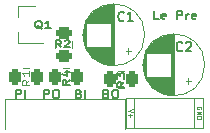
<source format=gbr>
%TF.GenerationSoftware,KiCad,Pcbnew,6.0.0+dfsg1-2*%
%TF.CreationDate,2022-01-11T21:03:07+02:00*%
%TF.ProjectId,le-pre-et-le-boost,6c652d70-7265-42d6-9574-2d6c652d626f,rev?*%
%TF.SameCoordinates,Original*%
%TF.FileFunction,Legend,Top*%
%TF.FilePolarity,Positive*%
%FSLAX46Y46*%
G04 Gerber Fmt 4.6, Leading zero omitted, Abs format (unit mm)*
G04 Created by KiCad (PCBNEW 6.0.0+dfsg1-2) date 2022-01-11 21:03:07*
%MOMM*%
%LPD*%
G01*
G04 APERTURE LIST*
G04 Aperture macros list*
%AMRoundRect*
0 Rectangle with rounded corners*
0 $1 Rounding radius*
0 $2 $3 $4 $5 $6 $7 $8 $9 X,Y pos of 4 corners*
0 Add a 4 corners polygon primitive as box body*
4,1,4,$2,$3,$4,$5,$6,$7,$8,$9,$2,$3,0*
0 Add four circle primitives for the rounded corners*
1,1,$1+$1,$2,$3*
1,1,$1+$1,$4,$5*
1,1,$1+$1,$6,$7*
1,1,$1+$1,$8,$9*
0 Add four rect primitives between the rounded corners*
20,1,$1+$1,$2,$3,$4,$5,0*
20,1,$1+$1,$4,$5,$6,$7,0*
20,1,$1+$1,$6,$7,$8,$9,0*
20,1,$1+$1,$8,$9,$2,$3,0*%
G04 Aperture macros list end*
%ADD10C,0.127000*%
%ADD11C,0.150000*%
%ADD12C,0.080000*%
%ADD13C,0.125000*%
%ADD14C,0.120000*%
%ADD15R,1.600000X1.600000*%
%ADD16C,1.600000*%
%ADD17R,1.930400X1.930400*%
%ADD18O,1.930400X1.930400*%
%ADD19RoundRect,0.243750X0.243750X0.456250X-0.243750X0.456250X-0.243750X-0.456250X0.243750X-0.456250X0*%
%ADD20RoundRect,0.243750X-0.456250X0.243750X-0.456250X-0.243750X0.456250X-0.243750X0.456250X0.243750X0*%
%ADD21R,0.900000X0.800000*%
%ADD22RoundRect,0.243750X-0.243750X-0.456250X0.243750X-0.456250X0.243750X0.456250X-0.243750X0.456250X0*%
G04 APERTURE END LIST*
D10*
X132950000Y-107199866D02*
X132950000Y-106499866D01*
X133254761Y-106499866D01*
X133330952Y-106533200D01*
X133369047Y-106566533D01*
X133407142Y-106633200D01*
X133407142Y-106733200D01*
X133369047Y-106799866D01*
X133330952Y-106833200D01*
X133254761Y-106866533D01*
X132950000Y-106866533D01*
X133750000Y-107199866D02*
X133750000Y-106499866D01*
X140608095Y-106833200D02*
X140722380Y-106866533D01*
X140760476Y-106899866D01*
X140798571Y-106966533D01*
X140798571Y-107066533D01*
X140760476Y-107133200D01*
X140722380Y-107166533D01*
X140646190Y-107199866D01*
X140341428Y-107199866D01*
X140341428Y-106499866D01*
X140608095Y-106499866D01*
X140684285Y-106533200D01*
X140722380Y-106566533D01*
X140760476Y-106633200D01*
X140760476Y-106699866D01*
X140722380Y-106766533D01*
X140684285Y-106799866D01*
X140608095Y-106833200D01*
X140341428Y-106833200D01*
X141293809Y-106499866D02*
X141446190Y-106499866D01*
X141522380Y-106533200D01*
X141598571Y-106599866D01*
X141636666Y-106733200D01*
X141636666Y-106966533D01*
X141598571Y-107099866D01*
X141522380Y-107166533D01*
X141446190Y-107199866D01*
X141293809Y-107199866D01*
X141217619Y-107166533D01*
X141141428Y-107099866D01*
X141103333Y-106966533D01*
X141103333Y-106733200D01*
X141141428Y-106599866D01*
X141217619Y-106533200D01*
X141293809Y-106499866D01*
X138296666Y-106833200D02*
X138410952Y-106866533D01*
X138449047Y-106899866D01*
X138487142Y-106966533D01*
X138487142Y-107066533D01*
X138449047Y-107133200D01*
X138410952Y-107166533D01*
X138334761Y-107199866D01*
X138030000Y-107199866D01*
X138030000Y-106499866D01*
X138296666Y-106499866D01*
X138372857Y-106533200D01*
X138410952Y-106566533D01*
X138449047Y-106633200D01*
X138449047Y-106699866D01*
X138410952Y-106766533D01*
X138372857Y-106799866D01*
X138296666Y-106833200D01*
X138030000Y-106833200D01*
X138830000Y-107199866D02*
X138830000Y-106499866D01*
X145040523Y-100474428D02*
X144659571Y-100474428D01*
X144659571Y-99874428D01*
X145611952Y-100445857D02*
X145535761Y-100474428D01*
X145383380Y-100474428D01*
X145307190Y-100445857D01*
X145269095Y-100388714D01*
X145269095Y-100160142D01*
X145307190Y-100103000D01*
X145383380Y-100074428D01*
X145535761Y-100074428D01*
X145611952Y-100103000D01*
X145650047Y-100160142D01*
X145650047Y-100217285D01*
X145269095Y-100274428D01*
X146602428Y-100474428D02*
X146602428Y-99874428D01*
X146907190Y-99874428D01*
X146983380Y-99903000D01*
X147021476Y-99931571D01*
X147059571Y-99988714D01*
X147059571Y-100074428D01*
X147021476Y-100131571D01*
X146983380Y-100160142D01*
X146907190Y-100188714D01*
X146602428Y-100188714D01*
X147402428Y-100474428D02*
X147402428Y-100074428D01*
X147402428Y-100188714D02*
X147440523Y-100131571D01*
X147478619Y-100103000D01*
X147554809Y-100074428D01*
X147631000Y-100074428D01*
X148202428Y-100445857D02*
X148126238Y-100474428D01*
X147973857Y-100474428D01*
X147897666Y-100445857D01*
X147859571Y-100388714D01*
X147859571Y-100160142D01*
X147897666Y-100103000D01*
X147973857Y-100074428D01*
X148126238Y-100074428D01*
X148202428Y-100103000D01*
X148240523Y-100160142D01*
X148240523Y-100217285D01*
X147859571Y-100274428D01*
X135312228Y-107199866D02*
X135312228Y-106499866D01*
X135616990Y-106499866D01*
X135693180Y-106533200D01*
X135731276Y-106566533D01*
X135769371Y-106633200D01*
X135769371Y-106733200D01*
X135731276Y-106799866D01*
X135693180Y-106833200D01*
X135616990Y-106866533D01*
X135312228Y-106866533D01*
X136264609Y-106499866D02*
X136416990Y-106499866D01*
X136493180Y-106533200D01*
X136569371Y-106599866D01*
X136607466Y-106733200D01*
X136607466Y-106966533D01*
X136569371Y-107099866D01*
X136493180Y-107166533D01*
X136416990Y-107199866D01*
X136264609Y-107199866D01*
X136188419Y-107166533D01*
X136112228Y-107099866D01*
X136074133Y-106966533D01*
X136074133Y-106733200D01*
X136112228Y-106599866D01*
X136188419Y-106533200D01*
X136264609Y-106499866D01*
D11*
%TO.C,C1*%
X142106666Y-100615714D02*
X142068571Y-100653809D01*
X141954285Y-100691904D01*
X141878095Y-100691904D01*
X141763809Y-100653809D01*
X141687619Y-100577619D01*
X141649523Y-100501428D01*
X141611428Y-100349047D01*
X141611428Y-100234761D01*
X141649523Y-100082380D01*
X141687619Y-100006190D01*
X141763809Y-99930000D01*
X141878095Y-99891904D01*
X141954285Y-99891904D01*
X142068571Y-99930000D01*
X142106666Y-99968095D01*
X142868571Y-100691904D02*
X142411428Y-100691904D01*
X142640000Y-100691904D02*
X142640000Y-99891904D01*
X142563809Y-100006190D01*
X142487619Y-100082380D01*
X142411428Y-100120476D01*
D12*
%TO.C,J1*%
X148637600Y-108153238D02*
X148656647Y-108115142D01*
X148656647Y-108058000D01*
X148637600Y-108000857D01*
X148599504Y-107962761D01*
X148561409Y-107943714D01*
X148485219Y-107924666D01*
X148428076Y-107924666D01*
X148351885Y-107943714D01*
X148313790Y-107962761D01*
X148275695Y-108000857D01*
X148256647Y-108058000D01*
X148256647Y-108096095D01*
X148275695Y-108153238D01*
X148294742Y-108172285D01*
X148428076Y-108172285D01*
X148428076Y-108096095D01*
X148256647Y-108343714D02*
X148656647Y-108343714D01*
X148256647Y-108572285D01*
X148656647Y-108572285D01*
X148256647Y-108762761D02*
X148656647Y-108762761D01*
X148656647Y-108858000D01*
X148637600Y-108915142D01*
X148599504Y-108953238D01*
X148561409Y-108972285D01*
X148485219Y-108991333D01*
X148428076Y-108991333D01*
X148351885Y-108972285D01*
X148313790Y-108953238D01*
X148275695Y-108915142D01*
X148256647Y-108858000D01*
X148256647Y-108762761D01*
X142865447Y-108127847D02*
X142465447Y-108261180D01*
X142865447Y-108394514D01*
X142617828Y-108527847D02*
X142617828Y-108832609D01*
X142465447Y-108680228D02*
X142770209Y-108680228D01*
D11*
%TO.C,C2*%
X147059666Y-103155714D02*
X147021571Y-103193809D01*
X146907285Y-103231904D01*
X146831095Y-103231904D01*
X146716809Y-103193809D01*
X146640619Y-103117619D01*
X146602523Y-103041428D01*
X146564428Y-102889047D01*
X146564428Y-102774761D01*
X146602523Y-102622380D01*
X146640619Y-102546190D01*
X146716809Y-102470000D01*
X146831095Y-102431904D01*
X146907285Y-102431904D01*
X147021571Y-102470000D01*
X147059666Y-102508095D01*
X147364428Y-102508095D02*
X147402523Y-102470000D01*
X147478714Y-102431904D01*
X147669190Y-102431904D01*
X147745380Y-102470000D01*
X147783476Y-102508095D01*
X147821571Y-102584285D01*
X147821571Y-102660476D01*
X147783476Y-102774761D01*
X147326333Y-103231904D01*
X147821571Y-103231904D01*
D10*
%TO.C,R3*%
X142155828Y-105822733D02*
X141870114Y-106089400D01*
X142155828Y-106279876D02*
X141555828Y-106279876D01*
X141555828Y-105975114D01*
X141584400Y-105898923D01*
X141612971Y-105860828D01*
X141670114Y-105822733D01*
X141755828Y-105822733D01*
X141812971Y-105860828D01*
X141841542Y-105898923D01*
X141870114Y-105975114D01*
X141870114Y-106279876D01*
X141555828Y-105556066D02*
X141555828Y-105060828D01*
X141784400Y-105327495D01*
X141784400Y-105213209D01*
X141812971Y-105137019D01*
X141841542Y-105098923D01*
X141898685Y-105060828D01*
X142041542Y-105060828D01*
X142098685Y-105098923D01*
X142127257Y-105137019D01*
X142155828Y-105213209D01*
X142155828Y-105441780D01*
X142127257Y-105517971D01*
X142098685Y-105556066D01*
%TO.C,R4*%
X137507628Y-105644933D02*
X137221914Y-105911600D01*
X137507628Y-106102076D02*
X136907628Y-106102076D01*
X136907628Y-105797314D01*
X136936200Y-105721123D01*
X136964771Y-105683028D01*
X137021914Y-105644933D01*
X137107628Y-105644933D01*
X137164771Y-105683028D01*
X137193342Y-105721123D01*
X137221914Y-105797314D01*
X137221914Y-106102076D01*
X137107628Y-104959219D02*
X137507628Y-104959219D01*
X136879057Y-105149695D02*
X137307628Y-105340171D01*
X137307628Y-104844933D01*
%TO.C,R2*%
X136772666Y-102912828D02*
X136506000Y-102627114D01*
X136315523Y-102912828D02*
X136315523Y-102312828D01*
X136620285Y-102312828D01*
X136696476Y-102341400D01*
X136734571Y-102369971D01*
X136772666Y-102427114D01*
X136772666Y-102512828D01*
X136734571Y-102569971D01*
X136696476Y-102598542D01*
X136620285Y-102627114D01*
X136315523Y-102627114D01*
X137077428Y-102369971D02*
X137115523Y-102341400D01*
X137191714Y-102312828D01*
X137382190Y-102312828D01*
X137458380Y-102341400D01*
X137496476Y-102369971D01*
X137534571Y-102427114D01*
X137534571Y-102484257D01*
X137496476Y-102569971D01*
X137039333Y-102912828D01*
X137534571Y-102912828D01*
%TO.C,Q1*%
X135178809Y-101344371D02*
X135102619Y-101315800D01*
X135026428Y-101258657D01*
X134912142Y-101172942D01*
X134835952Y-101144371D01*
X134759761Y-101144371D01*
X134797857Y-101287228D02*
X134721666Y-101258657D01*
X134645476Y-101201514D01*
X134607380Y-101087228D01*
X134607380Y-100887228D01*
X134645476Y-100772942D01*
X134721666Y-100715800D01*
X134797857Y-100687228D01*
X134950238Y-100687228D01*
X135026428Y-100715800D01*
X135102619Y-100772942D01*
X135140714Y-100887228D01*
X135140714Y-101087228D01*
X135102619Y-101201514D01*
X135026428Y-101258657D01*
X134950238Y-101287228D01*
X134797857Y-101287228D01*
X135902619Y-101287228D02*
X135445476Y-101287228D01*
X135674047Y-101287228D02*
X135674047Y-100687228D01*
X135597857Y-100772942D01*
X135521666Y-100830085D01*
X135445476Y-100858657D01*
D13*
%TO.C,R1*%
X134104028Y-105644933D02*
X133818314Y-105911600D01*
X134104028Y-106102076D02*
X133504028Y-106102076D01*
X133504028Y-105797314D01*
X133532600Y-105721123D01*
X133561171Y-105683028D01*
X133618314Y-105644933D01*
X133704028Y-105644933D01*
X133761171Y-105683028D01*
X133789742Y-105721123D01*
X133818314Y-105797314D01*
X133818314Y-106102076D01*
X134104028Y-104883028D02*
X134104028Y-105340171D01*
X134104028Y-105111600D02*
X133504028Y-105111600D01*
X133589742Y-105187790D01*
X133646885Y-105263980D01*
X133675457Y-105340171D01*
D14*
%TO.C,C1*%
X140123000Y-100814000D02*
X140123000Y-99525000D01*
X139243000Y-100814000D02*
X139243000Y-100201000D01*
X139883000Y-100814000D02*
X139883000Y-99654000D01*
X139203000Y-103459000D02*
X139203000Y-102894000D01*
X140403000Y-104296000D02*
X140403000Y-102894000D01*
X140804000Y-100814000D02*
X140804000Y-99311000D01*
X141004000Y-100814000D02*
X141004000Y-99285000D01*
X139523000Y-100814000D02*
X139523000Y-99917000D01*
X139803000Y-104003000D02*
X139803000Y-102894000D01*
X139923000Y-104078000D02*
X139923000Y-102894000D01*
X139723000Y-100814000D02*
X139723000Y-99759000D01*
X139563000Y-103825000D02*
X139563000Y-102894000D01*
X140083000Y-104164000D02*
X140083000Y-102894000D01*
X140884000Y-100814000D02*
X140884000Y-99298000D01*
X140684000Y-100814000D02*
X140684000Y-99334000D01*
X141244000Y-104434000D02*
X141244000Y-99274000D01*
X141004000Y-104423000D02*
X141004000Y-102894000D01*
X139123000Y-103354000D02*
X139123000Y-102894000D01*
X141204000Y-104434000D02*
X141204000Y-99274000D01*
X139323000Y-103597000D02*
X139323000Y-102894000D01*
X139243000Y-103507000D02*
X139243000Y-102894000D01*
X140003000Y-100814000D02*
X140003000Y-99586000D01*
X140964000Y-104419000D02*
X140964000Y-102894000D01*
X139883000Y-104054000D02*
X139883000Y-102894000D01*
X140483000Y-104322000D02*
X140483000Y-102894000D01*
X139963000Y-100814000D02*
X139963000Y-99607000D01*
X139763000Y-100814000D02*
X139763000Y-99732000D01*
X140403000Y-100814000D02*
X140403000Y-99412000D01*
X139723000Y-103949000D02*
X139723000Y-102894000D01*
X138963000Y-103105000D02*
X138963000Y-102894000D01*
X139843000Y-104029000D02*
X139843000Y-102894000D01*
X138883000Y-102952000D02*
X138883000Y-100756000D01*
X139963000Y-104101000D02*
X139963000Y-102894000D01*
X139763000Y-103976000D02*
X139763000Y-102894000D01*
X140764000Y-104390000D02*
X140764000Y-102894000D01*
X140564000Y-104345000D02*
X140564000Y-102894000D01*
X140163000Y-100814000D02*
X140163000Y-99506000D01*
X140043000Y-104144000D02*
X140043000Y-102894000D01*
X139563000Y-100814000D02*
X139563000Y-99883000D01*
X139403000Y-103680000D02*
X139403000Y-102894000D01*
X139363000Y-103639000D02*
X139363000Y-102894000D01*
X139643000Y-100814000D02*
X139643000Y-99819000D01*
X140604000Y-104355000D02*
X140604000Y-102894000D01*
X140804000Y-104397000D02*
X140804000Y-102894000D01*
X138763000Y-102659000D02*
X138763000Y-101049000D01*
X140604000Y-100814000D02*
X140604000Y-99353000D01*
X140243000Y-100814000D02*
X140243000Y-99472000D01*
X140684000Y-104374000D02*
X140684000Y-102894000D01*
X140083000Y-100814000D02*
X140083000Y-99544000D01*
X142744000Y-103251000D02*
X142244000Y-103251000D01*
X140043000Y-100814000D02*
X140043000Y-99564000D01*
X138963000Y-100814000D02*
X138963000Y-100603000D01*
X140644000Y-100814000D02*
X140644000Y-99343000D01*
X139083000Y-103297000D02*
X139083000Y-102894000D01*
X142494000Y-103501000D02*
X142494000Y-103001000D01*
X140924000Y-100814000D02*
X140924000Y-99293000D01*
X140283000Y-104252000D02*
X140283000Y-102894000D01*
X139323000Y-100814000D02*
X139323000Y-100111000D01*
X139523000Y-103791000D02*
X139523000Y-102894000D01*
X139003000Y-100814000D02*
X139003000Y-100535000D01*
X141124000Y-104432000D02*
X141124000Y-99276000D01*
X139603000Y-103858000D02*
X139603000Y-102894000D01*
X140003000Y-104122000D02*
X140003000Y-102894000D01*
X139803000Y-100814000D02*
X139803000Y-99705000D01*
X140844000Y-104404000D02*
X140844000Y-102894000D01*
X139443000Y-100814000D02*
X139443000Y-99990000D01*
X140523000Y-104334000D02*
X140523000Y-102894000D01*
X138723000Y-102531000D02*
X138723000Y-101177000D01*
X139163000Y-103408000D02*
X139163000Y-102894000D01*
X140924000Y-104415000D02*
X140924000Y-102894000D01*
X140323000Y-104268000D02*
X140323000Y-102894000D01*
X139403000Y-100814000D02*
X139403000Y-100028000D01*
X140644000Y-104365000D02*
X140644000Y-102894000D01*
X139843000Y-100814000D02*
X139843000Y-99679000D01*
X139923000Y-100814000D02*
X139923000Y-99630000D01*
X139283000Y-100814000D02*
X139283000Y-100155000D01*
X140564000Y-100814000D02*
X140564000Y-99363000D01*
X138803000Y-102769000D02*
X138803000Y-100939000D01*
X140283000Y-100814000D02*
X140283000Y-99456000D01*
X140884000Y-104410000D02*
X140884000Y-102894000D01*
X138643000Y-102138000D02*
X138643000Y-101570000D01*
X140764000Y-100814000D02*
X140764000Y-99318000D01*
X140203000Y-104219000D02*
X140203000Y-102894000D01*
X140323000Y-100814000D02*
X140323000Y-99440000D01*
X139363000Y-100814000D02*
X139363000Y-100069000D01*
X139643000Y-103889000D02*
X139643000Y-102894000D01*
X140443000Y-104309000D02*
X140443000Y-102894000D01*
X140443000Y-100814000D02*
X140443000Y-99399000D01*
X141044000Y-104427000D02*
X141044000Y-99281000D01*
X140724000Y-104382000D02*
X140724000Y-102894000D01*
X139283000Y-103553000D02*
X139283000Y-102894000D01*
X140123000Y-104183000D02*
X140123000Y-102894000D01*
X139083000Y-100814000D02*
X139083000Y-100411000D01*
X139163000Y-100814000D02*
X139163000Y-100300000D01*
X139043000Y-100814000D02*
X139043000Y-100471000D01*
X139483000Y-100814000D02*
X139483000Y-99953000D01*
X140203000Y-100814000D02*
X140203000Y-99489000D01*
X141164000Y-104433000D02*
X141164000Y-99275000D01*
X139443000Y-103718000D02*
X139443000Y-102894000D01*
X140363000Y-100814000D02*
X140363000Y-99426000D01*
X139203000Y-100814000D02*
X139203000Y-100249000D01*
X140523000Y-100814000D02*
X140523000Y-99374000D01*
X140964000Y-100814000D02*
X140964000Y-99289000D01*
X139603000Y-100814000D02*
X139603000Y-99850000D01*
X138843000Y-102865000D02*
X138843000Y-100843000D01*
X139683000Y-100814000D02*
X139683000Y-99789000D01*
X140844000Y-100814000D02*
X140844000Y-99304000D01*
X140243000Y-104236000D02*
X140243000Y-102894000D01*
X141084000Y-104430000D02*
X141084000Y-99278000D01*
X140363000Y-104282000D02*
X140363000Y-102894000D01*
X138923000Y-103032000D02*
X138923000Y-100676000D01*
X139043000Y-103237000D02*
X139043000Y-102894000D01*
X140724000Y-100814000D02*
X140724000Y-99326000D01*
X139123000Y-100814000D02*
X139123000Y-100354000D01*
X140163000Y-104202000D02*
X140163000Y-102894000D01*
X139483000Y-103755000D02*
X139483000Y-102894000D01*
X139003000Y-103173000D02*
X139003000Y-102894000D01*
X140483000Y-100814000D02*
X140483000Y-99386000D01*
X138683000Y-102372000D02*
X138683000Y-101336000D01*
X139683000Y-103919000D02*
X139683000Y-102894000D01*
X143864000Y-101854000D02*
G75*
G03*
X143864000Y-101854000I-2620000J0D01*
G01*
D12*
%TO.C,J1*%
X148780500Y-109728000D02*
X148780500Y-107188000D01*
X148780500Y-109728000D02*
X142303500Y-109728000D01*
X148082000Y-109728000D02*
X148082000Y-107188000D01*
X143002000Y-109728000D02*
X143002000Y-107188000D01*
X142303500Y-107188000D02*
X148780500Y-107188000D01*
X142303500Y-109728000D02*
X142303500Y-107188000D01*
%TO.C,J2*%
X132080000Y-109855000D02*
X132080000Y-107315000D01*
X142240000Y-109855000D02*
X142240000Y-107315000D01*
X132080000Y-107315000D02*
X142240000Y-107315000D01*
D14*
%TO.C,C2*%
X144003000Y-105572000D02*
X144003000Y-103216000D01*
X145804000Y-103354000D02*
X145804000Y-101866000D01*
X144483000Y-106220000D02*
X144483000Y-105434000D01*
X145563000Y-103354000D02*
X145563000Y-101926000D01*
X144923000Y-106569000D02*
X144923000Y-105434000D01*
X146204000Y-106972000D02*
X146204000Y-101816000D01*
X144763000Y-106459000D02*
X144763000Y-105434000D01*
X144643000Y-103354000D02*
X144643000Y-102423000D01*
X146084000Y-106963000D02*
X146084000Y-105434000D01*
X144563000Y-103354000D02*
X144563000Y-102493000D01*
X145603000Y-106874000D02*
X145603000Y-105434000D01*
X144603000Y-106331000D02*
X144603000Y-105434000D01*
X146164000Y-106970000D02*
X146164000Y-101818000D01*
X144203000Y-105894000D02*
X144203000Y-105434000D01*
X144683000Y-106398000D02*
X144683000Y-105434000D01*
X144163000Y-105837000D02*
X144163000Y-105434000D01*
X145203000Y-103354000D02*
X145203000Y-102065000D01*
X144283000Y-105999000D02*
X144283000Y-105434000D01*
X143963000Y-105492000D02*
X143963000Y-103296000D01*
X145644000Y-103354000D02*
X145644000Y-101903000D01*
X146004000Y-106955000D02*
X146004000Y-105434000D01*
X145684000Y-103354000D02*
X145684000Y-101893000D01*
X144803000Y-103354000D02*
X144803000Y-102299000D01*
X144123000Y-105777000D02*
X144123000Y-105434000D01*
X144883000Y-103354000D02*
X144883000Y-102245000D01*
X144283000Y-103354000D02*
X144283000Y-102789000D01*
X145964000Y-106950000D02*
X145964000Y-105434000D01*
X144843000Y-103354000D02*
X144843000Y-102272000D01*
X147824000Y-105791000D02*
X147324000Y-105791000D01*
X145443000Y-103354000D02*
X145443000Y-101966000D01*
X147574000Y-106041000D02*
X147574000Y-105541000D01*
X144083000Y-103354000D02*
X144083000Y-103075000D01*
X145523000Y-106849000D02*
X145523000Y-105434000D01*
X145724000Y-106905000D02*
X145724000Y-105434000D01*
X144403000Y-103354000D02*
X144403000Y-102651000D01*
X144963000Y-103354000D02*
X144963000Y-102194000D01*
X144403000Y-106137000D02*
X144403000Y-105434000D01*
X145523000Y-103354000D02*
X145523000Y-101939000D01*
X146044000Y-103354000D02*
X146044000Y-101829000D01*
X145163000Y-106704000D02*
X145163000Y-105434000D01*
X144683000Y-103354000D02*
X144683000Y-102390000D01*
X144923000Y-103354000D02*
X144923000Y-102219000D01*
X143923000Y-105405000D02*
X143923000Y-103383000D01*
X145403000Y-106808000D02*
X145403000Y-105434000D01*
X145443000Y-106822000D02*
X145443000Y-105434000D01*
X144243000Y-103354000D02*
X144243000Y-102840000D01*
X144443000Y-106179000D02*
X144443000Y-105434000D01*
X145323000Y-103354000D02*
X145323000Y-102012000D01*
X145363000Y-103354000D02*
X145363000Y-101996000D01*
X144243000Y-105948000D02*
X144243000Y-105434000D01*
X145043000Y-106641000D02*
X145043000Y-105434000D01*
X144203000Y-103354000D02*
X144203000Y-102894000D01*
X144323000Y-103354000D02*
X144323000Y-102741000D01*
X145003000Y-103354000D02*
X145003000Y-102170000D01*
X143723000Y-104678000D02*
X143723000Y-104110000D01*
X143883000Y-105309000D02*
X143883000Y-103479000D01*
X145924000Y-103354000D02*
X145924000Y-101844000D01*
X146324000Y-106974000D02*
X146324000Y-101814000D01*
X144963000Y-106594000D02*
X144963000Y-105434000D01*
X145844000Y-106930000D02*
X145844000Y-105434000D01*
X145804000Y-106922000D02*
X145804000Y-105434000D01*
X145123000Y-106684000D02*
X145123000Y-105434000D01*
X145483000Y-106836000D02*
X145483000Y-105434000D01*
X145083000Y-103354000D02*
X145083000Y-102126000D01*
X145283000Y-106759000D02*
X145283000Y-105434000D01*
X144563000Y-106295000D02*
X144563000Y-105434000D01*
X145724000Y-103354000D02*
X145724000Y-101883000D01*
X145163000Y-103354000D02*
X145163000Y-102084000D01*
X144643000Y-106365000D02*
X144643000Y-105434000D01*
X146044000Y-106959000D02*
X146044000Y-105434000D01*
X144323000Y-106047000D02*
X144323000Y-105434000D01*
X144843000Y-106516000D02*
X144843000Y-105434000D01*
X145083000Y-106662000D02*
X145083000Y-105434000D01*
X144043000Y-105645000D02*
X144043000Y-105434000D01*
X143843000Y-105199000D02*
X143843000Y-103589000D01*
X145764000Y-103354000D02*
X145764000Y-101874000D01*
X145924000Y-106944000D02*
X145924000Y-105434000D01*
X145884000Y-106937000D02*
X145884000Y-105434000D01*
X146284000Y-106974000D02*
X146284000Y-101814000D01*
X144883000Y-106543000D02*
X144883000Y-105434000D01*
X144123000Y-103354000D02*
X144123000Y-103011000D01*
X144723000Y-106429000D02*
X144723000Y-105434000D01*
X144523000Y-103354000D02*
X144523000Y-102530000D01*
X144083000Y-105713000D02*
X144083000Y-105434000D01*
X145764000Y-106914000D02*
X145764000Y-105434000D01*
X144483000Y-103354000D02*
X144483000Y-102568000D01*
X145363000Y-106792000D02*
X145363000Y-105434000D01*
X145243000Y-106742000D02*
X145243000Y-105434000D01*
X145964000Y-103354000D02*
X145964000Y-101838000D01*
X145003000Y-106618000D02*
X145003000Y-105434000D01*
X145043000Y-103354000D02*
X145043000Y-102147000D01*
X145243000Y-103354000D02*
X145243000Y-102046000D01*
X144603000Y-103354000D02*
X144603000Y-102457000D01*
X145884000Y-103354000D02*
X145884000Y-101851000D01*
X145123000Y-103354000D02*
X145123000Y-102104000D01*
X145283000Y-103354000D02*
X145283000Y-102029000D01*
X144443000Y-103354000D02*
X144443000Y-102609000D01*
X143763000Y-104912000D02*
X143763000Y-103876000D01*
X145323000Y-106776000D02*
X145323000Y-105434000D01*
X145684000Y-106895000D02*
X145684000Y-105434000D01*
X144043000Y-103354000D02*
X144043000Y-103143000D01*
X146124000Y-106967000D02*
X146124000Y-101821000D01*
X144763000Y-103354000D02*
X144763000Y-102329000D01*
X143803000Y-105071000D02*
X143803000Y-103717000D01*
X146084000Y-103354000D02*
X146084000Y-101825000D01*
X145603000Y-103354000D02*
X145603000Y-101914000D01*
X146244000Y-106973000D02*
X146244000Y-101815000D01*
X145563000Y-106862000D02*
X145563000Y-105434000D01*
X145844000Y-103354000D02*
X145844000Y-101858000D01*
X144523000Y-106258000D02*
X144523000Y-105434000D01*
X145644000Y-106885000D02*
X145644000Y-105434000D01*
X145483000Y-103354000D02*
X145483000Y-101952000D01*
X144723000Y-103354000D02*
X144723000Y-102359000D01*
X144803000Y-106489000D02*
X144803000Y-105434000D01*
X145203000Y-106723000D02*
X145203000Y-105434000D01*
X145403000Y-103354000D02*
X145403000Y-101980000D01*
X144363000Y-106093000D02*
X144363000Y-105434000D01*
X144363000Y-103354000D02*
X144363000Y-102695000D01*
X146004000Y-103354000D02*
X146004000Y-101833000D01*
X144163000Y-103354000D02*
X144163000Y-102951000D01*
X148944000Y-104394000D02*
G75*
G03*
X148944000Y-104394000I-2620000J0D01*
G01*
%TO.C,R3*%
X142117578Y-104903200D02*
X141600422Y-104903200D01*
X142117578Y-106323200D02*
X141600422Y-106323200D01*
%TO.C,R4*%
X137469378Y-106120000D02*
X136952222Y-106120000D01*
X137469378Y-104700000D02*
X136952222Y-104700000D01*
%TO.C,R2*%
X136297600Y-102408222D02*
X136297600Y-102925378D01*
X137717600Y-102408222D02*
X137717600Y-102925378D01*
%TO.C,Q1*%
X133098000Y-99385000D02*
X134558000Y-99385000D01*
X133098000Y-102545000D02*
X133098000Y-101615000D01*
X133098000Y-99385000D02*
X133098000Y-100315000D01*
X133098000Y-102545000D02*
X135258000Y-102545000D01*
%TO.C,R1*%
X133548622Y-104700000D02*
X134065778Y-104700000D01*
X133548622Y-106120000D02*
X134065778Y-106120000D01*
%TD*%
%LPC*%
D15*
%TO.C,C1*%
X142494000Y-101854000D03*
D16*
X139994000Y-101854000D03*
%TD*%
D17*
%TO.C,J1*%
X144272000Y-108458000D03*
D18*
X146812000Y-108458000D03*
%TD*%
D17*
%TO.C,J2*%
X133350000Y-108585000D03*
D18*
X135890000Y-108585000D03*
X138430000Y-108585000D03*
X140970000Y-108585000D03*
%TD*%
D15*
%TO.C,C2*%
X147574000Y-104394000D03*
D16*
X145074000Y-104394000D03*
%TD*%
D19*
%TO.C,R3*%
X142796500Y-105613200D03*
X140921500Y-105613200D03*
%TD*%
%TO.C,R4*%
X138148300Y-105410000D03*
X136273300Y-105410000D03*
%TD*%
D20*
%TO.C,R2*%
X137007600Y-101729300D03*
X137007600Y-103604300D03*
%TD*%
D21*
%TO.C,Q1*%
X134858000Y-101915000D03*
X134858000Y-100015000D03*
X132858000Y-100965000D03*
%TD*%
D22*
%TO.C,R1*%
X132869700Y-105410000D03*
X134744700Y-105410000D03*
%TD*%
M02*

</source>
